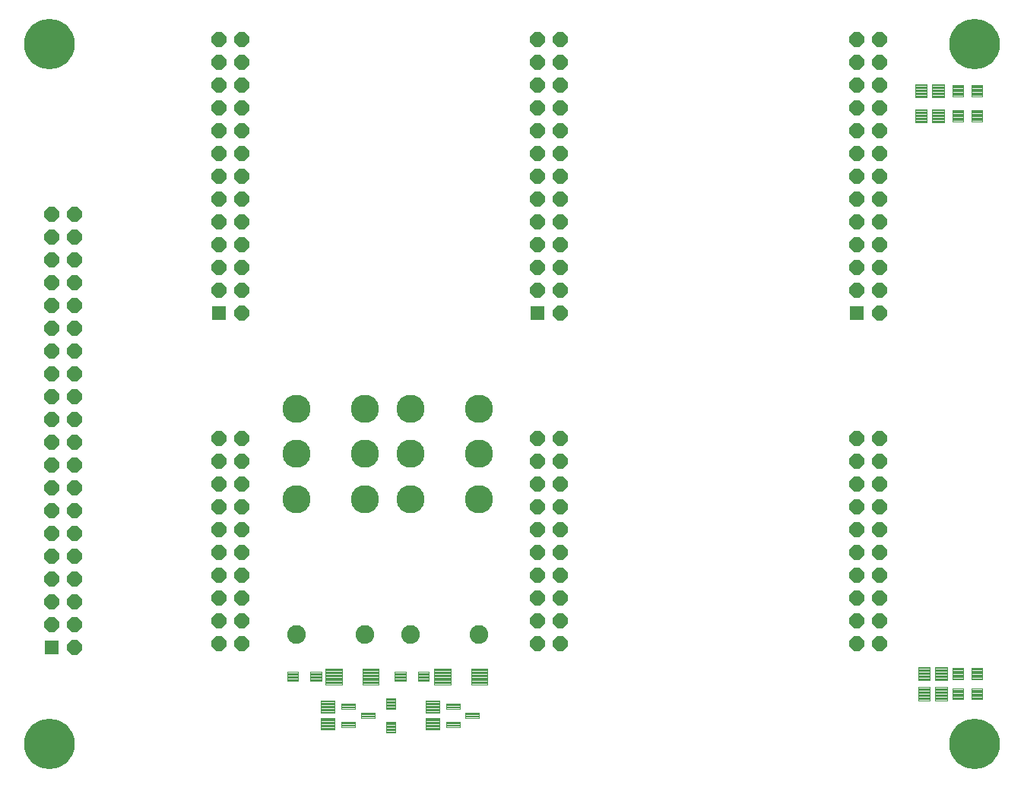
<source format=gts>
G75*
%MOIN*%
%OFA0B0*%
%FSLAX25Y25*%
%IPPOS*%
%LPD*%
%AMOC8*
5,1,8,0,0,1.08239X$1,22.5*
%
%ADD10C,0.12311*%
%ADD11C,0.08177*%
%ADD12C,0.00444*%
%ADD13C,0.00432*%
%ADD14C,0.00486*%
%ADD15C,0.00449*%
%ADD16C,0.00418*%
%ADD17OC8,0.06406*%
%ADD18R,0.06406X0.06406*%
%ADD19C,0.22154*%
D10*
X0175902Y0143933D03*
X0175902Y0163776D03*
X0175902Y0183618D03*
X0205665Y0183618D03*
X0225902Y0183618D03*
X0225902Y0163776D03*
X0225902Y0143933D03*
X0205665Y0143933D03*
X0205665Y0163776D03*
X0255665Y0163776D03*
X0255665Y0143933D03*
X0255665Y0183618D03*
D11*
X0255665Y0084406D03*
X0225902Y0084406D03*
X0205665Y0084406D03*
X0175902Y0084406D03*
D12*
X0176418Y0064032D02*
X0171638Y0064032D01*
X0171638Y0068024D01*
X0176418Y0068024D01*
X0176418Y0064032D01*
X0176418Y0064475D02*
X0171638Y0064475D01*
X0171638Y0064918D02*
X0176418Y0064918D01*
X0176418Y0065361D02*
X0171638Y0065361D01*
X0171638Y0065804D02*
X0176418Y0065804D01*
X0176418Y0066247D02*
X0171638Y0066247D01*
X0171638Y0066690D02*
X0176418Y0066690D01*
X0176418Y0067133D02*
X0171638Y0067133D01*
X0171638Y0067576D02*
X0176418Y0067576D01*
X0176418Y0068019D02*
X0171638Y0068019D01*
X0181874Y0064032D02*
X0186654Y0064032D01*
X0181874Y0064032D02*
X0181874Y0068024D01*
X0186654Y0068024D01*
X0186654Y0064032D01*
X0186654Y0064475D02*
X0181874Y0064475D01*
X0181874Y0064918D02*
X0186654Y0064918D01*
X0186654Y0065361D02*
X0181874Y0065361D01*
X0181874Y0065804D02*
X0186654Y0065804D01*
X0186654Y0066247D02*
X0181874Y0066247D01*
X0181874Y0066690D02*
X0186654Y0066690D01*
X0186654Y0067133D02*
X0181874Y0067133D01*
X0181874Y0067576D02*
X0186654Y0067576D01*
X0186654Y0068019D02*
X0181874Y0068019D01*
X0219142Y0056536D02*
X0219142Y0051756D01*
X0215150Y0051756D01*
X0215150Y0056536D01*
X0219142Y0056536D01*
X0219142Y0052199D02*
X0215150Y0052199D01*
X0215150Y0052642D02*
X0219142Y0052642D01*
X0219142Y0053085D02*
X0215150Y0053085D01*
X0215150Y0053528D02*
X0219142Y0053528D01*
X0219142Y0053971D02*
X0215150Y0053971D01*
X0215150Y0054414D02*
X0219142Y0054414D01*
X0219142Y0054857D02*
X0215150Y0054857D01*
X0215150Y0055300D02*
X0219142Y0055300D01*
X0219142Y0055743D02*
X0215150Y0055743D01*
X0215150Y0056186D02*
X0219142Y0056186D01*
X0218888Y0064032D02*
X0223668Y0064032D01*
X0218888Y0064032D02*
X0218888Y0068024D01*
X0223668Y0068024D01*
X0223668Y0064032D01*
X0223668Y0064475D02*
X0218888Y0064475D01*
X0218888Y0064918D02*
X0223668Y0064918D01*
X0223668Y0065361D02*
X0218888Y0065361D01*
X0218888Y0065804D02*
X0223668Y0065804D01*
X0223668Y0066247D02*
X0218888Y0066247D01*
X0218888Y0066690D02*
X0223668Y0066690D01*
X0223668Y0067133D02*
X0218888Y0067133D01*
X0218888Y0067576D02*
X0223668Y0067576D01*
X0223668Y0068019D02*
X0218888Y0068019D01*
X0229124Y0064032D02*
X0233904Y0064032D01*
X0229124Y0064032D02*
X0229124Y0068024D01*
X0233904Y0068024D01*
X0233904Y0064032D01*
X0233904Y0064475D02*
X0229124Y0064475D01*
X0229124Y0064918D02*
X0233904Y0064918D01*
X0233904Y0065361D02*
X0229124Y0065361D01*
X0229124Y0065804D02*
X0233904Y0065804D01*
X0233904Y0066247D02*
X0229124Y0066247D01*
X0229124Y0066690D02*
X0233904Y0066690D01*
X0233904Y0067133D02*
X0229124Y0067133D01*
X0229124Y0067576D02*
X0233904Y0067576D01*
X0233904Y0068019D02*
X0229124Y0068019D01*
X0219142Y0046299D02*
X0219142Y0041519D01*
X0215150Y0041519D01*
X0215150Y0046299D01*
X0219142Y0046299D01*
X0219142Y0041962D02*
X0215150Y0041962D01*
X0215150Y0042405D02*
X0219142Y0042405D01*
X0219142Y0042848D02*
X0215150Y0042848D01*
X0215150Y0043291D02*
X0219142Y0043291D01*
X0219142Y0043734D02*
X0215150Y0043734D01*
X0215150Y0044177D02*
X0219142Y0044177D01*
X0219142Y0044620D02*
X0215150Y0044620D01*
X0215150Y0045063D02*
X0219142Y0045063D01*
X0219142Y0045506D02*
X0215150Y0045506D01*
X0215150Y0045949D02*
X0219142Y0045949D01*
D13*
X0211794Y0069408D02*
X0204640Y0069408D01*
X0211794Y0069408D02*
X0211794Y0062648D01*
X0204640Y0062648D01*
X0204640Y0069408D01*
X0204640Y0063079D02*
X0211794Y0063079D01*
X0211794Y0063510D02*
X0204640Y0063510D01*
X0204640Y0063941D02*
X0211794Y0063941D01*
X0211794Y0064372D02*
X0204640Y0064372D01*
X0204640Y0064803D02*
X0211794Y0064803D01*
X0211794Y0065234D02*
X0204640Y0065234D01*
X0204640Y0065665D02*
X0211794Y0065665D01*
X0211794Y0066096D02*
X0204640Y0066096D01*
X0204640Y0066527D02*
X0211794Y0066527D01*
X0211794Y0066958D02*
X0204640Y0066958D01*
X0204640Y0067389D02*
X0211794Y0067389D01*
X0211794Y0067820D02*
X0204640Y0067820D01*
X0204640Y0068251D02*
X0211794Y0068251D01*
X0211794Y0068682D02*
X0204640Y0068682D01*
X0204640Y0069113D02*
X0211794Y0069113D01*
X0195652Y0069408D02*
X0188498Y0069408D01*
X0195652Y0069408D02*
X0195652Y0062648D01*
X0188498Y0062648D01*
X0188498Y0069408D01*
X0188498Y0063079D02*
X0195652Y0063079D01*
X0195652Y0063510D02*
X0188498Y0063510D01*
X0188498Y0063941D02*
X0195652Y0063941D01*
X0195652Y0064372D02*
X0188498Y0064372D01*
X0188498Y0064803D02*
X0195652Y0064803D01*
X0195652Y0065234D02*
X0188498Y0065234D01*
X0188498Y0065665D02*
X0195652Y0065665D01*
X0195652Y0066096D02*
X0188498Y0066096D01*
X0188498Y0066527D02*
X0195652Y0066527D01*
X0195652Y0066958D02*
X0188498Y0066958D01*
X0188498Y0067389D02*
X0195652Y0067389D01*
X0195652Y0067820D02*
X0188498Y0067820D01*
X0188498Y0068251D02*
X0195652Y0068251D01*
X0195652Y0068682D02*
X0188498Y0068682D01*
X0188498Y0069113D02*
X0195652Y0069113D01*
X0236248Y0069408D02*
X0243402Y0069408D01*
X0243402Y0062648D01*
X0236248Y0062648D01*
X0236248Y0069408D01*
X0236248Y0063079D02*
X0243402Y0063079D01*
X0243402Y0063510D02*
X0236248Y0063510D01*
X0236248Y0063941D02*
X0243402Y0063941D01*
X0243402Y0064372D02*
X0236248Y0064372D01*
X0236248Y0064803D02*
X0243402Y0064803D01*
X0243402Y0065234D02*
X0236248Y0065234D01*
X0236248Y0065665D02*
X0243402Y0065665D01*
X0243402Y0066096D02*
X0236248Y0066096D01*
X0236248Y0066527D02*
X0243402Y0066527D01*
X0243402Y0066958D02*
X0236248Y0066958D01*
X0236248Y0067389D02*
X0243402Y0067389D01*
X0243402Y0067820D02*
X0236248Y0067820D01*
X0236248Y0068251D02*
X0243402Y0068251D01*
X0243402Y0068682D02*
X0236248Y0068682D01*
X0236248Y0069113D02*
X0243402Y0069113D01*
X0252390Y0069408D02*
X0259544Y0069408D01*
X0259544Y0062648D01*
X0252390Y0062648D01*
X0252390Y0069408D01*
X0252390Y0063079D02*
X0259544Y0063079D01*
X0259544Y0063510D02*
X0252390Y0063510D01*
X0252390Y0063941D02*
X0259544Y0063941D01*
X0259544Y0064372D02*
X0252390Y0064372D01*
X0252390Y0064803D02*
X0259544Y0064803D01*
X0259544Y0065234D02*
X0252390Y0065234D01*
X0252390Y0065665D02*
X0259544Y0065665D01*
X0259544Y0066096D02*
X0252390Y0066096D01*
X0252390Y0066527D02*
X0259544Y0066527D01*
X0259544Y0066958D02*
X0252390Y0066958D01*
X0252390Y0067389D02*
X0259544Y0067389D01*
X0259544Y0067820D02*
X0252390Y0067820D01*
X0252390Y0068251D02*
X0259544Y0068251D01*
X0259544Y0068682D02*
X0252390Y0068682D01*
X0252390Y0069113D02*
X0259544Y0069113D01*
D14*
X0247353Y0051921D02*
X0241339Y0051921D01*
X0241339Y0054135D01*
X0247353Y0054135D01*
X0247353Y0051921D01*
X0247353Y0052406D02*
X0241339Y0052406D01*
X0241339Y0052891D02*
X0247353Y0052891D01*
X0247353Y0053376D02*
X0241339Y0053376D01*
X0241339Y0053861D02*
X0247353Y0053861D01*
X0249839Y0047921D02*
X0255853Y0047921D01*
X0249839Y0047921D02*
X0249839Y0050135D01*
X0255853Y0050135D01*
X0255853Y0047921D01*
X0255853Y0048406D02*
X0249839Y0048406D01*
X0249839Y0048891D02*
X0255853Y0048891D01*
X0255853Y0049376D02*
X0249839Y0049376D01*
X0249839Y0049861D02*
X0255853Y0049861D01*
X0247353Y0043921D02*
X0241339Y0043921D01*
X0241339Y0046135D01*
X0247353Y0046135D01*
X0247353Y0043921D01*
X0247353Y0044406D02*
X0241339Y0044406D01*
X0241339Y0044891D02*
X0247353Y0044891D01*
X0247353Y0045376D02*
X0241339Y0045376D01*
X0241339Y0045861D02*
X0247353Y0045861D01*
X0210103Y0047921D02*
X0204089Y0047921D01*
X0204089Y0050135D01*
X0210103Y0050135D01*
X0210103Y0047921D01*
X0210103Y0048406D02*
X0204089Y0048406D01*
X0204089Y0048891D02*
X0210103Y0048891D01*
X0210103Y0049376D02*
X0204089Y0049376D01*
X0204089Y0049861D02*
X0210103Y0049861D01*
X0201603Y0051921D02*
X0195589Y0051921D01*
X0195589Y0054135D01*
X0201603Y0054135D01*
X0201603Y0051921D01*
X0201603Y0052406D02*
X0195589Y0052406D01*
X0195589Y0052891D02*
X0201603Y0052891D01*
X0201603Y0053376D02*
X0195589Y0053376D01*
X0195589Y0053861D02*
X0201603Y0053861D01*
X0201603Y0043921D02*
X0195589Y0043921D01*
X0195589Y0046135D01*
X0201603Y0046135D01*
X0201603Y0043921D01*
X0201603Y0044406D02*
X0195589Y0044406D01*
X0195589Y0044891D02*
X0201603Y0044891D01*
X0201603Y0045376D02*
X0195589Y0045376D01*
X0195589Y0045861D02*
X0201603Y0045861D01*
D15*
X0192325Y0047872D02*
X0192325Y0042702D01*
X0186367Y0042702D01*
X0186367Y0047872D01*
X0192325Y0047872D01*
X0192325Y0043150D02*
X0186367Y0043150D01*
X0186367Y0043598D02*
X0192325Y0043598D01*
X0192325Y0044046D02*
X0186367Y0044046D01*
X0186367Y0044494D02*
X0192325Y0044494D01*
X0192325Y0044942D02*
X0186367Y0044942D01*
X0186367Y0045390D02*
X0192325Y0045390D01*
X0192325Y0045838D02*
X0186367Y0045838D01*
X0186367Y0046286D02*
X0192325Y0046286D01*
X0192325Y0046734D02*
X0186367Y0046734D01*
X0186367Y0047182D02*
X0192325Y0047182D01*
X0192325Y0047630D02*
X0186367Y0047630D01*
X0192325Y0050183D02*
X0192325Y0055353D01*
X0192325Y0050183D02*
X0186367Y0050183D01*
X0186367Y0055353D01*
X0192325Y0055353D01*
X0192325Y0050631D02*
X0186367Y0050631D01*
X0186367Y0051079D02*
X0192325Y0051079D01*
X0192325Y0051527D02*
X0186367Y0051527D01*
X0186367Y0051975D02*
X0192325Y0051975D01*
X0192325Y0052423D02*
X0186367Y0052423D01*
X0186367Y0052871D02*
X0192325Y0052871D01*
X0192325Y0053319D02*
X0186367Y0053319D01*
X0186367Y0053767D02*
X0192325Y0053767D01*
X0192325Y0054215D02*
X0186367Y0054215D01*
X0186367Y0054663D02*
X0192325Y0054663D01*
X0192325Y0055111D02*
X0186367Y0055111D01*
X0238325Y0055353D02*
X0238325Y0050183D01*
X0232367Y0050183D01*
X0232367Y0055353D01*
X0238325Y0055353D01*
X0238325Y0050631D02*
X0232367Y0050631D01*
X0232367Y0051079D02*
X0238325Y0051079D01*
X0238325Y0051527D02*
X0232367Y0051527D01*
X0232367Y0051975D02*
X0238325Y0051975D01*
X0238325Y0052423D02*
X0232367Y0052423D01*
X0232367Y0052871D02*
X0238325Y0052871D01*
X0238325Y0053319D02*
X0232367Y0053319D01*
X0232367Y0053767D02*
X0238325Y0053767D01*
X0238325Y0054215D02*
X0232367Y0054215D01*
X0232367Y0054663D02*
X0238325Y0054663D01*
X0238325Y0055111D02*
X0232367Y0055111D01*
X0238325Y0047872D02*
X0238325Y0042702D01*
X0232367Y0042702D01*
X0232367Y0047872D01*
X0238325Y0047872D01*
X0238325Y0043150D02*
X0232367Y0043150D01*
X0232367Y0043598D02*
X0238325Y0043598D01*
X0238325Y0044046D02*
X0232367Y0044046D01*
X0232367Y0044494D02*
X0238325Y0044494D01*
X0238325Y0044942D02*
X0232367Y0044942D01*
X0232367Y0045390D02*
X0238325Y0045390D01*
X0238325Y0045838D02*
X0232367Y0045838D01*
X0232367Y0046286D02*
X0238325Y0046286D01*
X0238325Y0046734D02*
X0232367Y0046734D01*
X0232367Y0047182D02*
X0238325Y0047182D01*
X0238325Y0047630D02*
X0232367Y0047630D01*
X0448371Y0061557D02*
X0453541Y0061557D01*
X0453541Y0055599D01*
X0448371Y0055599D01*
X0448371Y0061557D01*
X0448371Y0056047D02*
X0453541Y0056047D01*
X0453541Y0056495D02*
X0448371Y0056495D01*
X0448371Y0056943D02*
X0453541Y0056943D01*
X0453541Y0057391D02*
X0448371Y0057391D01*
X0448371Y0057839D02*
X0453541Y0057839D01*
X0453541Y0058287D02*
X0448371Y0058287D01*
X0448371Y0058735D02*
X0453541Y0058735D01*
X0453541Y0059183D02*
X0448371Y0059183D01*
X0448371Y0059631D02*
X0453541Y0059631D01*
X0453541Y0060079D02*
X0448371Y0060079D01*
X0448371Y0060527D02*
X0453541Y0060527D01*
X0453541Y0060975D02*
X0448371Y0060975D01*
X0448371Y0061423D02*
X0453541Y0061423D01*
X0455851Y0061557D02*
X0461021Y0061557D01*
X0461021Y0055599D01*
X0455851Y0055599D01*
X0455851Y0061557D01*
X0455851Y0056047D02*
X0461021Y0056047D01*
X0461021Y0056495D02*
X0455851Y0056495D01*
X0455851Y0056943D02*
X0461021Y0056943D01*
X0461021Y0057391D02*
X0455851Y0057391D01*
X0455851Y0057839D02*
X0461021Y0057839D01*
X0461021Y0058287D02*
X0455851Y0058287D01*
X0455851Y0058735D02*
X0461021Y0058735D01*
X0461021Y0059183D02*
X0455851Y0059183D01*
X0455851Y0059631D02*
X0461021Y0059631D01*
X0461021Y0060079D02*
X0455851Y0060079D01*
X0455851Y0060527D02*
X0461021Y0060527D01*
X0461021Y0060975D02*
X0455851Y0060975D01*
X0455851Y0061423D02*
X0461021Y0061423D01*
X0461021Y0070307D02*
X0455851Y0070307D01*
X0461021Y0070307D02*
X0461021Y0064349D01*
X0455851Y0064349D01*
X0455851Y0070307D01*
X0455851Y0064797D02*
X0461021Y0064797D01*
X0461021Y0065245D02*
X0455851Y0065245D01*
X0455851Y0065693D02*
X0461021Y0065693D01*
X0461021Y0066141D02*
X0455851Y0066141D01*
X0455851Y0066589D02*
X0461021Y0066589D01*
X0461021Y0067037D02*
X0455851Y0067037D01*
X0455851Y0067485D02*
X0461021Y0067485D01*
X0461021Y0067933D02*
X0455851Y0067933D01*
X0455851Y0068381D02*
X0461021Y0068381D01*
X0461021Y0068829D02*
X0455851Y0068829D01*
X0455851Y0069277D02*
X0461021Y0069277D01*
X0461021Y0069725D02*
X0455851Y0069725D01*
X0455851Y0070173D02*
X0461021Y0070173D01*
X0453541Y0070307D02*
X0448371Y0070307D01*
X0453541Y0070307D02*
X0453541Y0064349D01*
X0448371Y0064349D01*
X0448371Y0070307D01*
X0448371Y0064797D02*
X0453541Y0064797D01*
X0453541Y0065245D02*
X0448371Y0065245D01*
X0448371Y0065693D02*
X0453541Y0065693D01*
X0453541Y0066141D02*
X0448371Y0066141D01*
X0448371Y0066589D02*
X0453541Y0066589D01*
X0453541Y0067037D02*
X0448371Y0067037D01*
X0448371Y0067485D02*
X0453541Y0067485D01*
X0453541Y0067933D02*
X0448371Y0067933D01*
X0448371Y0068381D02*
X0453541Y0068381D01*
X0453541Y0068829D02*
X0448371Y0068829D01*
X0448371Y0069277D02*
X0453541Y0069277D01*
X0453541Y0069725D02*
X0448371Y0069725D01*
X0448371Y0070173D02*
X0453541Y0070173D01*
X0454551Y0309049D02*
X0459721Y0309049D01*
X0454551Y0309049D02*
X0454551Y0315007D01*
X0459721Y0315007D01*
X0459721Y0309049D01*
X0459721Y0309497D02*
X0454551Y0309497D01*
X0454551Y0309945D02*
X0459721Y0309945D01*
X0459721Y0310393D02*
X0454551Y0310393D01*
X0454551Y0310841D02*
X0459721Y0310841D01*
X0459721Y0311289D02*
X0454551Y0311289D01*
X0454551Y0311737D02*
X0459721Y0311737D01*
X0459721Y0312185D02*
X0454551Y0312185D01*
X0454551Y0312633D02*
X0459721Y0312633D01*
X0459721Y0313081D02*
X0454551Y0313081D01*
X0454551Y0313529D02*
X0459721Y0313529D01*
X0459721Y0313977D02*
X0454551Y0313977D01*
X0454551Y0314425D02*
X0459721Y0314425D01*
X0459721Y0314873D02*
X0454551Y0314873D01*
X0452241Y0309049D02*
X0447071Y0309049D01*
X0447071Y0315007D01*
X0452241Y0315007D01*
X0452241Y0309049D01*
X0452241Y0309497D02*
X0447071Y0309497D01*
X0447071Y0309945D02*
X0452241Y0309945D01*
X0452241Y0310393D02*
X0447071Y0310393D01*
X0447071Y0310841D02*
X0452241Y0310841D01*
X0452241Y0311289D02*
X0447071Y0311289D01*
X0447071Y0311737D02*
X0452241Y0311737D01*
X0452241Y0312185D02*
X0447071Y0312185D01*
X0447071Y0312633D02*
X0452241Y0312633D01*
X0452241Y0313081D02*
X0447071Y0313081D01*
X0447071Y0313529D02*
X0452241Y0313529D01*
X0452241Y0313977D02*
X0447071Y0313977D01*
X0447071Y0314425D02*
X0452241Y0314425D01*
X0452241Y0314873D02*
X0447071Y0314873D01*
X0447071Y0320049D02*
X0452241Y0320049D01*
X0447071Y0320049D02*
X0447071Y0326007D01*
X0452241Y0326007D01*
X0452241Y0320049D01*
X0452241Y0320497D02*
X0447071Y0320497D01*
X0447071Y0320945D02*
X0452241Y0320945D01*
X0452241Y0321393D02*
X0447071Y0321393D01*
X0447071Y0321841D02*
X0452241Y0321841D01*
X0452241Y0322289D02*
X0447071Y0322289D01*
X0447071Y0322737D02*
X0452241Y0322737D01*
X0452241Y0323185D02*
X0447071Y0323185D01*
X0447071Y0323633D02*
X0452241Y0323633D01*
X0452241Y0324081D02*
X0447071Y0324081D01*
X0447071Y0324529D02*
X0452241Y0324529D01*
X0452241Y0324977D02*
X0447071Y0324977D01*
X0447071Y0325425D02*
X0452241Y0325425D01*
X0452241Y0325873D02*
X0447071Y0325873D01*
X0454551Y0320049D02*
X0459721Y0320049D01*
X0454551Y0320049D02*
X0454551Y0326007D01*
X0459721Y0326007D01*
X0459721Y0320049D01*
X0459721Y0320497D02*
X0454551Y0320497D01*
X0454551Y0320945D02*
X0459721Y0320945D01*
X0459721Y0321393D02*
X0454551Y0321393D01*
X0454551Y0321841D02*
X0459721Y0321841D01*
X0459721Y0322289D02*
X0454551Y0322289D01*
X0454551Y0322737D02*
X0459721Y0322737D01*
X0459721Y0323185D02*
X0454551Y0323185D01*
X0454551Y0323633D02*
X0459721Y0323633D01*
X0459721Y0324081D02*
X0454551Y0324081D01*
X0454551Y0324529D02*
X0459721Y0324529D01*
X0459721Y0324977D02*
X0454551Y0324977D01*
X0454551Y0325425D02*
X0459721Y0325425D01*
X0459721Y0325873D02*
X0454551Y0325873D01*
D16*
X0463359Y0325431D02*
X0463359Y0320625D01*
X0463359Y0325431D02*
X0468165Y0325431D01*
X0468165Y0320625D01*
X0463359Y0320625D01*
X0463359Y0321042D02*
X0468165Y0321042D01*
X0468165Y0321459D02*
X0463359Y0321459D01*
X0463359Y0321876D02*
X0468165Y0321876D01*
X0468165Y0322293D02*
X0463359Y0322293D01*
X0463359Y0322710D02*
X0468165Y0322710D01*
X0468165Y0323127D02*
X0463359Y0323127D01*
X0463359Y0323544D02*
X0468165Y0323544D01*
X0468165Y0323961D02*
X0463359Y0323961D01*
X0463359Y0324378D02*
X0468165Y0324378D01*
X0468165Y0324795D02*
X0463359Y0324795D01*
X0463359Y0325212D02*
X0468165Y0325212D01*
X0471627Y0325431D02*
X0471627Y0320625D01*
X0471627Y0325431D02*
X0476433Y0325431D01*
X0476433Y0320625D01*
X0471627Y0320625D01*
X0471627Y0321042D02*
X0476433Y0321042D01*
X0476433Y0321459D02*
X0471627Y0321459D01*
X0471627Y0321876D02*
X0476433Y0321876D01*
X0476433Y0322293D02*
X0471627Y0322293D01*
X0471627Y0322710D02*
X0476433Y0322710D01*
X0476433Y0323127D02*
X0471627Y0323127D01*
X0471627Y0323544D02*
X0476433Y0323544D01*
X0476433Y0323961D02*
X0471627Y0323961D01*
X0471627Y0324378D02*
X0476433Y0324378D01*
X0476433Y0324795D02*
X0471627Y0324795D01*
X0471627Y0325212D02*
X0476433Y0325212D01*
X0471627Y0314431D02*
X0471627Y0309625D01*
X0471627Y0314431D02*
X0476433Y0314431D01*
X0476433Y0309625D01*
X0471627Y0309625D01*
X0471627Y0310042D02*
X0476433Y0310042D01*
X0476433Y0310459D02*
X0471627Y0310459D01*
X0471627Y0310876D02*
X0476433Y0310876D01*
X0476433Y0311293D02*
X0471627Y0311293D01*
X0471627Y0311710D02*
X0476433Y0311710D01*
X0476433Y0312127D02*
X0471627Y0312127D01*
X0471627Y0312544D02*
X0476433Y0312544D01*
X0476433Y0312961D02*
X0471627Y0312961D01*
X0471627Y0313378D02*
X0476433Y0313378D01*
X0476433Y0313795D02*
X0471627Y0313795D01*
X0471627Y0314212D02*
X0476433Y0314212D01*
X0463359Y0314431D02*
X0463359Y0309625D01*
X0463359Y0314431D02*
X0468165Y0314431D01*
X0468165Y0309625D01*
X0463359Y0309625D01*
X0463359Y0310042D02*
X0468165Y0310042D01*
X0468165Y0310459D02*
X0463359Y0310459D01*
X0463359Y0310876D02*
X0468165Y0310876D01*
X0468165Y0311293D02*
X0463359Y0311293D01*
X0463359Y0311710D02*
X0468165Y0311710D01*
X0468165Y0312127D02*
X0463359Y0312127D01*
X0463359Y0312544D02*
X0468165Y0312544D01*
X0468165Y0312961D02*
X0463359Y0312961D01*
X0463359Y0313378D02*
X0468165Y0313378D01*
X0468165Y0313795D02*
X0463359Y0313795D01*
X0463359Y0314212D02*
X0468165Y0314212D01*
X0468165Y0069731D02*
X0468165Y0064925D01*
X0463359Y0064925D01*
X0463359Y0069731D01*
X0468165Y0069731D01*
X0468165Y0065342D02*
X0463359Y0065342D01*
X0463359Y0065759D02*
X0468165Y0065759D01*
X0468165Y0066176D02*
X0463359Y0066176D01*
X0463359Y0066593D02*
X0468165Y0066593D01*
X0468165Y0067010D02*
X0463359Y0067010D01*
X0463359Y0067427D02*
X0468165Y0067427D01*
X0468165Y0067844D02*
X0463359Y0067844D01*
X0463359Y0068261D02*
X0468165Y0068261D01*
X0468165Y0068678D02*
X0463359Y0068678D01*
X0463359Y0069095D02*
X0468165Y0069095D01*
X0468165Y0069512D02*
X0463359Y0069512D01*
X0476433Y0069731D02*
X0476433Y0064925D01*
X0471627Y0064925D01*
X0471627Y0069731D01*
X0476433Y0069731D01*
X0476433Y0065342D02*
X0471627Y0065342D01*
X0471627Y0065759D02*
X0476433Y0065759D01*
X0476433Y0066176D02*
X0471627Y0066176D01*
X0471627Y0066593D02*
X0476433Y0066593D01*
X0476433Y0067010D02*
X0471627Y0067010D01*
X0471627Y0067427D02*
X0476433Y0067427D01*
X0476433Y0067844D02*
X0471627Y0067844D01*
X0471627Y0068261D02*
X0476433Y0068261D01*
X0476433Y0068678D02*
X0471627Y0068678D01*
X0471627Y0069095D02*
X0476433Y0069095D01*
X0476433Y0069512D02*
X0471627Y0069512D01*
X0476433Y0060981D02*
X0476433Y0056175D01*
X0471627Y0056175D01*
X0471627Y0060981D01*
X0476433Y0060981D01*
X0476433Y0056592D02*
X0471627Y0056592D01*
X0471627Y0057009D02*
X0476433Y0057009D01*
X0476433Y0057426D02*
X0471627Y0057426D01*
X0471627Y0057843D02*
X0476433Y0057843D01*
X0476433Y0058260D02*
X0471627Y0058260D01*
X0471627Y0058677D02*
X0476433Y0058677D01*
X0476433Y0059094D02*
X0471627Y0059094D01*
X0471627Y0059511D02*
X0476433Y0059511D01*
X0476433Y0059928D02*
X0471627Y0059928D01*
X0471627Y0060345D02*
X0476433Y0060345D01*
X0476433Y0060762D02*
X0471627Y0060762D01*
X0468165Y0060981D02*
X0468165Y0056175D01*
X0463359Y0056175D01*
X0463359Y0060981D01*
X0468165Y0060981D01*
X0468165Y0056592D02*
X0463359Y0056592D01*
X0463359Y0057009D02*
X0468165Y0057009D01*
X0468165Y0057426D02*
X0463359Y0057426D01*
X0463359Y0057843D02*
X0468165Y0057843D01*
X0468165Y0058260D02*
X0463359Y0058260D01*
X0463359Y0058677D02*
X0468165Y0058677D01*
X0468165Y0059094D02*
X0463359Y0059094D01*
X0463359Y0059511D02*
X0468165Y0059511D01*
X0468165Y0059928D02*
X0463359Y0059928D01*
X0463359Y0060345D02*
X0468165Y0060345D01*
X0468165Y0060762D02*
X0463359Y0060762D01*
D17*
X0431335Y0080350D03*
X0421335Y0080350D03*
X0421335Y0090350D03*
X0431335Y0090350D03*
X0431335Y0100350D03*
X0421335Y0100350D03*
X0421335Y0110350D03*
X0431335Y0110350D03*
X0431335Y0120350D03*
X0421335Y0120350D03*
X0421335Y0130350D03*
X0431335Y0130350D03*
X0431335Y0140350D03*
X0421335Y0140350D03*
X0421335Y0150350D03*
X0431335Y0150350D03*
X0431335Y0160350D03*
X0421335Y0160350D03*
X0421335Y0170350D03*
X0431335Y0170350D03*
X0431335Y0225547D03*
X0431335Y0235547D03*
X0421335Y0235547D03*
X0421335Y0245547D03*
X0431335Y0245547D03*
X0431335Y0255547D03*
X0431335Y0265547D03*
X0421335Y0265547D03*
X0421335Y0255547D03*
X0421335Y0275547D03*
X0431335Y0275547D03*
X0431335Y0285547D03*
X0431335Y0295547D03*
X0421335Y0295547D03*
X0421335Y0285547D03*
X0421335Y0305547D03*
X0431335Y0305547D03*
X0431335Y0315547D03*
X0421335Y0315547D03*
X0421335Y0325547D03*
X0431335Y0325547D03*
X0431335Y0335547D03*
X0421335Y0335547D03*
X0421335Y0345547D03*
X0431335Y0345547D03*
X0291571Y0345547D03*
X0281571Y0345547D03*
X0281571Y0335547D03*
X0281571Y0325547D03*
X0291571Y0325547D03*
X0291571Y0335547D03*
X0291571Y0315547D03*
X0281571Y0315547D03*
X0281571Y0305547D03*
X0291571Y0305547D03*
X0291571Y0295547D03*
X0291571Y0285547D03*
X0281571Y0285547D03*
X0281571Y0295547D03*
X0281571Y0275547D03*
X0291571Y0275547D03*
X0291571Y0265547D03*
X0291571Y0255547D03*
X0281571Y0255547D03*
X0281571Y0265547D03*
X0281571Y0245547D03*
X0291571Y0245547D03*
X0291571Y0235547D03*
X0291571Y0225547D03*
X0281571Y0235547D03*
X0281571Y0170350D03*
X0291571Y0170350D03*
X0291571Y0160350D03*
X0291571Y0150350D03*
X0281571Y0150350D03*
X0281571Y0160350D03*
X0281571Y0140350D03*
X0291571Y0140350D03*
X0291571Y0130350D03*
X0291571Y0120350D03*
X0281571Y0120350D03*
X0281571Y0130350D03*
X0281571Y0110350D03*
X0291571Y0110350D03*
X0291571Y0100350D03*
X0291571Y0090350D03*
X0281571Y0090350D03*
X0281571Y0100350D03*
X0281571Y0080350D03*
X0291571Y0080350D03*
X0151807Y0080350D03*
X0141807Y0080350D03*
X0141807Y0090350D03*
X0151807Y0090350D03*
X0151807Y0100350D03*
X0141807Y0100350D03*
X0141807Y0110350D03*
X0151807Y0110350D03*
X0151807Y0120350D03*
X0141807Y0120350D03*
X0141807Y0130350D03*
X0151807Y0130350D03*
X0151807Y0140350D03*
X0141807Y0140350D03*
X0141807Y0150350D03*
X0151807Y0150350D03*
X0151807Y0160350D03*
X0141807Y0160350D03*
X0141807Y0170350D03*
X0151807Y0170350D03*
X0151807Y0225547D03*
X0151807Y0235547D03*
X0141807Y0235547D03*
X0141807Y0245547D03*
X0151807Y0245547D03*
X0151807Y0255547D03*
X0141807Y0255547D03*
X0141807Y0265547D03*
X0151807Y0265547D03*
X0151807Y0275547D03*
X0141807Y0275547D03*
X0141807Y0285547D03*
X0151807Y0285547D03*
X0151807Y0295547D03*
X0141807Y0295547D03*
X0141807Y0305547D03*
X0151807Y0305547D03*
X0151807Y0315547D03*
X0141807Y0315547D03*
X0141807Y0325547D03*
X0151807Y0325547D03*
X0151807Y0335547D03*
X0141807Y0335547D03*
X0141807Y0345547D03*
X0151807Y0345547D03*
X0078343Y0268776D03*
X0078343Y0258776D03*
X0068343Y0258776D03*
X0068343Y0268776D03*
X0068343Y0248776D03*
X0078343Y0248776D03*
X0078343Y0238776D03*
X0078343Y0228776D03*
X0068343Y0228776D03*
X0068343Y0238776D03*
X0068343Y0218776D03*
X0078343Y0218776D03*
X0078343Y0208776D03*
X0078343Y0198776D03*
X0068343Y0198776D03*
X0068343Y0208776D03*
X0068343Y0188776D03*
X0078343Y0188776D03*
X0078343Y0178776D03*
X0078343Y0168776D03*
X0068343Y0168776D03*
X0068343Y0178776D03*
X0068343Y0158776D03*
X0078343Y0158776D03*
X0078343Y0148776D03*
X0078343Y0138776D03*
X0068343Y0138776D03*
X0068343Y0148776D03*
X0068343Y0128776D03*
X0078343Y0128776D03*
X0078343Y0118776D03*
X0078343Y0108776D03*
X0068343Y0108776D03*
X0068343Y0118776D03*
X0068343Y0098776D03*
X0078343Y0098776D03*
X0078343Y0088776D03*
X0078343Y0078776D03*
X0068343Y0088776D03*
D18*
X0068343Y0078776D03*
X0141807Y0225547D03*
X0281571Y0225547D03*
X0421335Y0225547D03*
D19*
X0067555Y0036492D03*
X0067555Y0343579D03*
X0473067Y0343579D03*
X0473067Y0036492D03*
M02*

</source>
